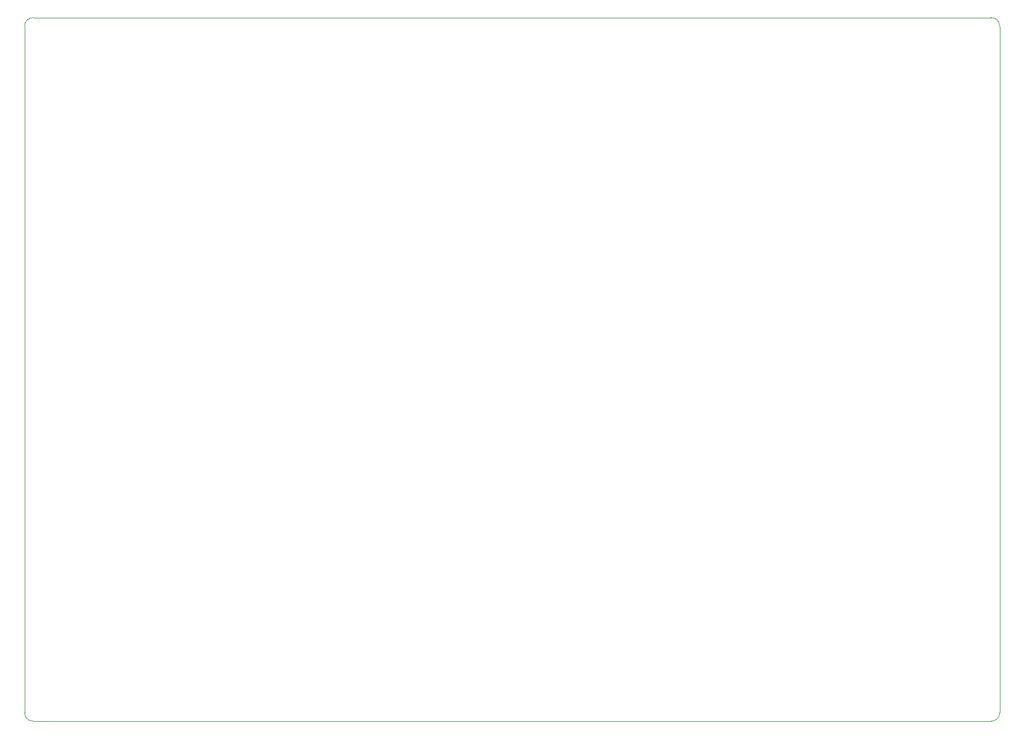
<source format=gm1>
%TF.GenerationSoftware,KiCad,Pcbnew,(6.0.0-0)*%
%TF.CreationDate,2022-04-11T21:10:03+01:00*%
%TF.ProjectId,bcm-drum-synth,62636d2d-6472-4756-9d2d-73796e74682e,r01*%
%TF.SameCoordinates,Original*%
%TF.FileFunction,Profile,NP*%
%FSLAX46Y46*%
G04 Gerber Fmt 4.6, Leading zero omitted, Abs format (unit mm)*
G04 Created by KiCad (PCBNEW (6.0.0-0)) date 2022-04-11 21:10:03*
%MOMM*%
%LPD*%
G01*
G04 APERTURE LIST*
%TA.AperFunction,Profile*%
%ADD10C,0.050000*%
%TD*%
G04 APERTURE END LIST*
D10*
X192024000Y-22606000D02*
X192024000Y-123825000D01*
X190754000Y-21336000D02*
X49530000Y-21336000D01*
X190754000Y-125095000D02*
G75*
G03*
X192024000Y-123825000I1J1269999D01*
G01*
X190754000Y-125095000D02*
X49530000Y-125095000D01*
X192024000Y-22606000D02*
G75*
G03*
X190754000Y-21336000I-1269999J1D01*
G01*
X49530000Y-21336000D02*
G75*
G03*
X48260000Y-22606000I-1J-1269999D01*
G01*
X48260000Y-123825000D02*
G75*
G03*
X49530000Y-125095000I1269999J-1D01*
G01*
X48260000Y-22606000D02*
X48260000Y-123825000D01*
M02*

</source>
